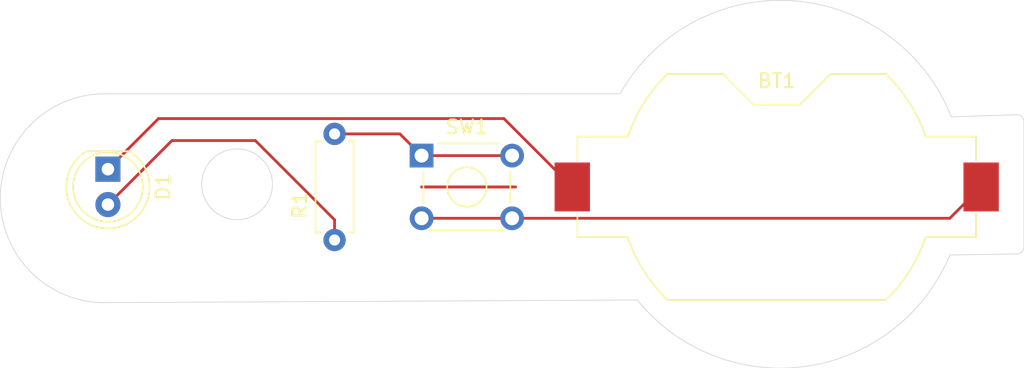
<source format=kicad_pcb>
(kicad_pcb (version 20240108) (generator "pcbnew") (generator_version "8.0")
  (title_block (title "LED_Torch") (date "2025-01-22") (rev "1"))
  (layers (0 "F.Cu" signal) (31 "B.Cu" signal) (34 "B.Paste" user) (35 "F.Paste" user) (36 "B.SilkS" user "B.Silkscreen") (37 "F.SilkS" user "F.Silkscreen") (38 "B.Mask" user) (39 "F.Mask" user) (44 "Edge.Cuts" user))
  (net 0 "")
  (net 1 "/Ano")
  (net 2 "/Cat")
  (net 3 "/pos")
  (net 4 "Net-(SW1A-A)")
  (footprint "Battery:BatteryHolder_Keystone_1058_1x2032" (layer "F.Cu") (at 153.25 98.19 180)
    (property "Reference" "BT1" (at 0 7.62 360) (layer "F.SilkS"))
    (property "Value" "Battery_Cell")
    (fp_line (start 14.31 3.61) (end 10.692 3.61) (stroke (width 0.12)) (layer "F.SilkS"))
    (fp_line (start 14.31 1.9) (end 14.31 3.61) (stroke (width 0.12)) (layer "F.SilkS"))
    (fp_line (start 14.31 -1.9) (end 14.31 -3.61) (stroke (width 0.12)) (layer "F.SilkS"))
    (fp_line (start 10.692 -3.61) (end 14.31 -3.61) (stroke (width 0.12)) (layer "F.SilkS"))
    (fp_line (start 7.8473 8.11) (end 3.86 8.11) (stroke (width 0.12)) (layer "F.SilkS"))
    (fp_line (start 1.66 5.91) (end 3.86 8.11) (stroke (width 0.12)) (layer "F.SilkS"))
    (fp_line (start 1.66 5.91) (end -1.66 5.91) (stroke (width 0.12)) (layer "F.SilkS"))
    (fp_line (start -1.66 5.91) (end -3.86 8.11) (stroke (width 0.12)) (layer "F.SilkS"))
    (fp_line (start -3.86 8.11) (end -7.8473 8.11) (stroke (width 0.12)) (layer "F.SilkS"))
    (fp_line (start -7.8473 -8.11) (end 7.8473 -8.11) (stroke (width 0.12)) (layer "F.SilkS"))
    (fp_line (start -10.692 3.61) (end -14.31 3.61) (stroke (width 0.12)) (layer "F.SilkS"))
    (fp_line (start -14.31 1.9) (end -14.31 3.61) (stroke (width 0.12)) (layer "F.SilkS"))
    (fp_line (start -14.31 -1.9) (end -14.31 -3.61) (stroke (width 0.12)) (layer "F.SilkS"))
    (fp_line (start -14.31 -3.61) (end -10.692 -3.61) (stroke (width 0.12)) (layer "F.SilkS"))
    (fp_arc (start 10.692 3.61) (mid 9.538084 6.031244) (end 7.845371 8.111789) (stroke (width 0.12)) (layer "F.SilkS"))
    (fp_arc (start 7.845371 -8.111789) (mid 9.538085 -6.031244) (end 10.692 -3.61) (stroke (width 0.12)) (layer "F.SilkS"))
    (fp_arc (start -7.845371 8.111789) (mid -9.538085 6.031244) (end -10.692 3.61) (stroke (width 0.12)) (layer "F.SilkS"))
    (fp_arc (start -10.692 -3.61) (mid -9.538084 -6.031244) (end -7.845371 -8.111789) (stroke (width 0.12)) (layer "F.SilkS"))
    (pad "1" smd rect (at -14.68 0 180) (size 2.54 3.51) (layers "F.Cu" "F.Paste" "F.Mask") (net 3 "/pos"))
    (pad "2" smd rect (at 14.68 0 180) (size 2.54 3.51) (layers "F.Cu" "F.Paste" "F.Mask") (net 2 "/Cat"))
  )
  (footprint "Resistor_THT:R_Axial_DIN0207_L6.3mm_D2.5mm_P7.62mm_Horizontal" (layer "F.Cu") (at 121.5 102 90)
    (property "Reference" "R1" (at 2.5 -2.5 90) (layer "F.SilkS"))
    (property "Value" "R")
    (fp_line (start 7.08 -1.37) (end 7.08 -1.04) (stroke (width 0.12)) (layer "F.SilkS"))
    (fp_line (start 0.54 -1.37) (end 7.08 -1.37) (stroke (width 0.12)) (layer "F.SilkS"))
    (fp_line (start 0.54 -1.04) (end 0.54 -1.37) (stroke (width 0.12)) (layer "F.SilkS"))
    (fp_line (start 0.54 1.04) (end 0.54 1.37) (stroke (width 0.12)) (layer "F.SilkS"))
    (fp_line (start 7.08 1.37) (end 7.08 1.04) (stroke (width 0.12)) (layer "F.SilkS"))
    (fp_line (start 0.54 1.37) (end 7.08 1.37) (stroke (width 0.12)) (layer "F.SilkS"))
    (pad "1" thru_hole circle (at 0 0 90) (size 1.6 1.6) (drill 0.8) (layers "*.Cu" "*.Mask") (net 1 "/Ano"))
    (pad "2" thru_hole oval (at 7.62 0 90) (size 1.6 1.6) (drill 0.8) (layers "*.Cu" "*.Mask") (net 4 "Net-(SW1A-A)"))
  )
  (footprint "LED_THT:LED_D5.0mm" (layer "F.Cu") (at 105.225 96.915 -90)
    (property "Reference" "D1" (at 1.27 -3.96 90) (layer "F.SilkS"))
    (property "Value" "LED")
    (fp_line (start -1.29 -1.545) (end -1.29 1.545) (stroke (width 0.12)) (layer "F.SilkS"))
    (fp_arc (start 4.26 0.000048) (mid 2.071756 2.880501) (end -1.29 1.54483) (stroke (width 0.12)) (layer "F.SilkS"))
    (fp_arc (start -1.29 -1.54483) (mid 2.071756 -2.880501) (end 4.26 -0.000048) (stroke (width 0.12)) (layer "F.SilkS"))
    (fp_circle (center 1.27 0) (end 3.77 0) (stroke (width 0.12)) (fill none) (layer "F.SilkS"))
    (pad "1" thru_hole rect (at 0 0 270) (size 1.8 1.8) (drill 0.9) (layers "*.Cu" "*.Mask") (net 2 "/Cat"))
    (pad "2" thru_hole circle (at 2.54 0 270) (size 1.8 1.8) (drill 0.9) (layers "*.Cu" "*.Mask") (net 1 "/Ano"))
  )
  (footprint "Button_Switch_THT:SW_TH_Tactile_Omron_B3F-10xx" (layer "F.Cu") (at 127.75 95.94)
    (property "Reference" "SW1" (at 3.25 -2.05 360) (layer "F.SilkS"))
    (property "Value" "SW_DPDT_x2")
    (fp_line (start 0.13 3.4) (end 0.13 1.2) (stroke (width 0.12)) (layer "F.SilkS"))
    (fp_line (start 0.6 5.37) (end 5.8 5.37) (stroke (width 0.12)) (layer "F.SilkS"))
    (fp_line (start 1.2 -0.87) (end 5.6 -0.87) (stroke (width 0.12)) (layer "F.SilkS"))
    (fp_line (start 6.37 1.2) (end 6.37 3.4) (stroke (width 0.12)) (layer "F.SilkS"))
    (fp_circle (center 3.25 2.25) (end 4.25 3.25) (stroke (width 0.12)) (fill none) (layer "F.SilkS"))
    (pad "1" thru_hole rect (at 0 0) (size 1.7 1.7) (drill 1) (layers "*.Cu" "*.Mask") (net 4 "Net-(SW1A-A)"))
    (pad "1" thru_hole circle (at 6.5 0) (size 1.7 1.7) (drill 1) (layers "*.Cu" "*.Mask") (net 4 "Net-(SW1A-A)"))
    (pad "2" thru_hole circle (at 0 4.5) (size 1.7 1.7) (drill 1) (layers "*.Cu" "*.Mask") (net 3 "/pos"))
    (pad "2" thru_hole circle (at 6.5 4.5) (size 1.7 1.7) (drill 1) (layers "*.Cu" "*.Mask") (net 3 "/pos"))
  )
  (gr_arc (start 142.000001 91.5) (mid 154.418535 84.822129) (end 165.79055 93.158268) (stroke (width 0.05)) (layer "Edge.Cuts"))
  (gr_arc (start 163.999999 106) (mid 154.051073 111.18887) (end 143.703965 106.848032) (stroke (width 0.05)) (layer "Edge.Cuts"))
  (gr_line (start 105 91.5) (end 135.000001 91.5) (stroke (width 0.05)) (layer "Edge.Cuts"))
  (gr_circle (center 114.5 98) (end 114.5 100.54) (stroke (width 0.05)) (fill none) (layer "Edge.Cuts"))
  (gr_arc (start 105 106.5) (mid 97.5 99) (end 105 91.5) (stroke (width 0.05)) (layer "Edge.Cuts"))
  (gr_line (start 171 102) (end 171 102.5) (stroke (width 0.05)) (layer "Edge.Cuts"))
  (gr_line (start 171 93.5) (end 171 102) (stroke (width 0.05)) (layer "Edge.Cuts"))
  (gr_line (start 135.000001 91.5) (end 142.000001 91.5) (stroke (width 0.05)) (layer "Edge.Cuts"))
  (gr_arc (start 170.5 93) (mid 170.853553 93.146447) (end 171 93.5) (stroke (width 0.05)) (layer "Edge.Cuts"))
  (gr_arc (start 143.703966 106.848032) (mid 143.468354 106.579979) (end 143.240075 106.305654) (stroke (width 0.05)) (layer "Edge.Cuts"))
  (gr_arc (start 171 102.5) (mid 170.853553 102.853553) (end 170.5 103) (stroke (width 0.05)) (layer "Edge.Cuts"))
  (gr_arc (start 165.684963 103.077068) (mid 164.936247 104.592587) (end 163.999998 105.999999) (stroke (width 0.05)) (layer "Edge.Cuts"))
  (gr_line (start 105 106.5) (end 143.240075 106.305654) (stroke (width 0.05)) (layer "Edge.Cuts"))
  (gr_line (start 165.79055 93.158268) (end 170.5 93) (stroke (width 0.05)) (layer "Edge.Cuts"))
  (gr_line (start 165.684963 103.077068) (end 170.5 103) (stroke (width 0.05)) (layer "Edge.Cuts"))
  (segment (start 109.822494 94.857506) (end 115.808254 94.857506) (width 0.2) (layer "F.Cu") (net 1))
  (segment (start 115.808254 94.857506) (end 121.5 100.549252) (width 0.2) (layer "F.Cu") (net 1))
  (segment (start 105.225 99.455) (end 109.822494 94.857506) (width 0.2) (layer "F.Cu") (net 1))
  (segment (start 121.5 100.549252) (end 121.5 102) (width 0.2) (layer "F.Cu") (net 1))
  (segment (start 127.75 98.19) (end 134.25 98.19) (width 0.2) (layer "F.Cu") (net 2))
  (segment (start 105.225 96.915) (end 108.86 93.28) (width 0.2) (layer "F.Cu") (net 2))
  (segment (start 108.86 93.28) (end 133.66 93.28) (width 0.2) (layer "F.Cu") (net 2))
  (segment (start 133.66 93.28) (end 138.57 98.19) (width 0.2) (layer "F.Cu") (net 2))
  (segment (start 134.25 98.19) (end 134.5 98.19) (width 0.2) (layer "F.Cu") (net 2))
  (segment (start 127.75 98.19) (end 134.25 98.19) (width 0.2) (layer "F.Cu") (net 2))
  (segment (start 127.75 100.44) (end 134.25 100.44) (width 0.2) (layer "F.Cu") (net 3))
  (segment (start 165.68 100.44) (end 167.93 98.19) (width 0.2) (layer "F.Cu") (net 3))
  (segment (start 134.25 100.44) (end 165.68 100.44) (width 0.2) (layer "F.Cu") (net 3))
  (segment (start 121.5 94.38) (end 126.19 94.38) (width 0.2) (layer "F.Cu") (net 4))
  (segment (start 127.75 95.94) (end 134.25 95.94) (width 0.2) (layer "F.Cu") (net 4))
  (segment (start 126.19 94.38) (end 127.75 95.94) (width 0.2) (layer "F.Cu") (net 4))
)
</source>
